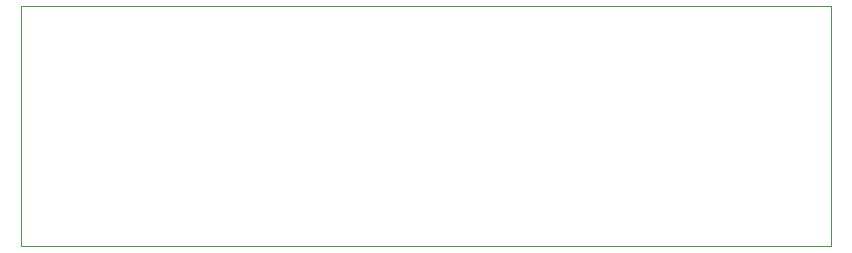
<source format=gm1>
G04 #@! TF.GenerationSoftware,KiCad,Pcbnew,(5.1.4-0-10_14)*
G04 #@! TF.CreationDate,2020-01-14T22:26:38-05:00*
G04 #@! TF.ProjectId,Steering,53746565-7269-46e6-972e-6b696361645f,rev?*
G04 #@! TF.SameCoordinates,Original*
G04 #@! TF.FileFunction,Profile,NP*
%FSLAX46Y46*%
G04 Gerber Fmt 4.6, Leading zero omitted, Abs format (unit mm)*
G04 Created by KiCad (PCBNEW (5.1.4-0-10_14)) date 2020-01-14 22:26:38*
%MOMM*%
%LPD*%
G04 APERTURE LIST*
%ADD10C,0.100000*%
G04 APERTURE END LIST*
D10*
X88900000Y-58420000D02*
X88900000Y-38100000D01*
X157480000Y-58420000D02*
X88900000Y-58420000D01*
X157480000Y-38100000D02*
X157480000Y-58420000D01*
X88900000Y-38100000D02*
X157480000Y-38100000D01*
M02*

</source>
